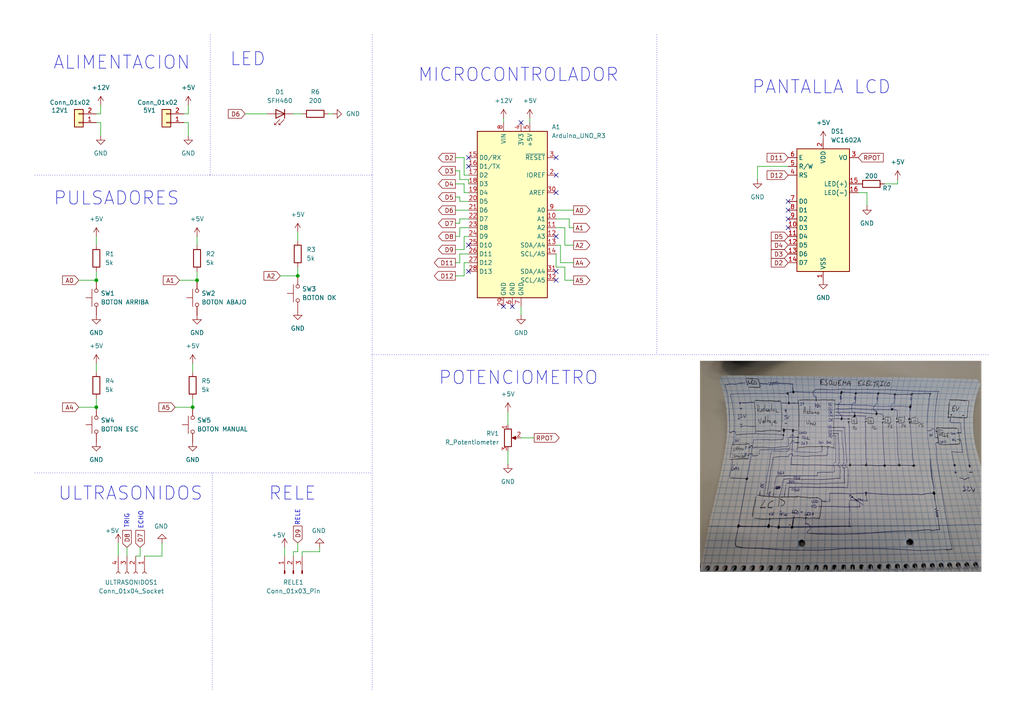
<source format=kicad_sch>
(kicad_sch (version 20231120) (generator "eeschema") (generator_version "8.0")
  (paper "A4")
  (lib_symbols
    (symbol "Connector:Conn_01x03_Pin" (pin_names (offset 1.016) hide)
      (property "Reference" "J" (at 0 5.08 0))
      (property "Value" "Conn_01x03_Pin" (at 0 -5.08 0))
      (symbol "Conn_01x03_Pin_1_1"
        (polyline (pts (xy 1.27 -2.54) (xy 0.8636 -2.54)) (stroke (width 0.1524)))
        (polyline (pts (xy 1.27 0) (xy 0.8636 0)) (stroke (width 0.1524)))
        (polyline (pts (xy 1.27 2.54) (xy 0.8636 2.54)) (stroke (width 0.1524)))
        (rectangle (start 0.8636 -2.413) (end 0 -2.667) (stroke (width 0.1524)) (fill (type outline)))
        (rectangle (start 0.8636 0.127) (end 0 -0.127) (stroke (width 0.1524)) (fill (type outline)))
        (rectangle (start 0.8636 2.667) (end 0 2.413) (stroke (width 0.1524)) (fill (type outline)))
        (pin passive line (at 5.08 2.54 180) (length 3.81) (name "Pin_1") (number "1"))
        (pin passive line (at 5.08 0 180) (length 3.81) (name "Pin_2") (number "2"))
        (pin passive line (at 5.08 -2.54 180) (length 3.81) (name "Pin_3") (number "3"))
      )
    )
    (symbol "Connector:Conn_01x04_Socket" (pin_names (offset 1.016) hide)
      (property "Reference" "J" (at 0 5.08 0))
      (property "Value" "Conn_01x04_Socket" (at 0 -7.62 0))
      (symbol "Conn_01x04_Socket_1_1"
        (arc (start 0 -4.572) (mid -0.5058 -5.08) (end 0 -5.588) (stroke (width 0.1524)))
        (arc (start 0 -2.032) (mid -0.5058 -2.54) (end 0 -3.048) (stroke (width 0.1524)))
        (polyline (pts (xy -1.27 -5.08) (xy -0.508 -5.08)) (stroke (width 0.1524)))
        (polyline (pts (xy -1.27 -2.54) (xy -0.508 -2.54)) (stroke (width 0.1524)))
        (polyline (pts (xy -1.27 0) (xy -0.508 0)) (stroke (width 0.1524)))
        (polyline (pts (xy -1.27 2.54) (xy -0.508 2.54)) (stroke (width 0.1524)))
        (arc (start 0 0.508) (mid -0.5058 0) (end 0 -0.508) (stroke (width 0.1524)))
        (arc (start 0 3.048) (mid -0.5058 2.54) (end 0 2.032) (stroke (width 0.1524)))
        (pin passive line (at -5.08 2.54 0) (length 3.81) (name "Pin_1") (number "1"))
        (pin passive line (at -5.08 0 0) (length 3.81) (name "Pin_2") (number "2"))
        (pin passive line (at -5.08 -2.54 0) (length 3.81) (name "Pin_3") (number "3"))
        (pin passive line (at -5.08 -5.08 0) (length 3.81) (name "Pin_4") (number "4"))
      )
    )
    (symbol "Connector_Generic:Conn_01x02" (pin_names (offset 1.016) hide)
      (property "Reference" "J" (at 0 2.54 0))
      (property "Value" "Conn_01x02" (at 0 -5.08 0))
      (symbol "Conn_01x02_1_1"
        (rectangle (start -1.27 -2.413) (end 0 -2.667) (stroke (width 0.1524)))
        (rectangle (start -1.27 0.127) (end 0 -0.127) (stroke (width 0.1524)))
        (rectangle (start -1.27 1.27) (end 1.27 -3.81) (stroke (width 0.254)) (fill (type background)))
        (pin passive line (at -5.08 0 0) (length 3.81) (name "Pin_1") (number "1"))
        (pin passive line (at -5.08 -2.54 0) (length 3.81) (name "Pin_2") (number "2"))
      )
    )
    (symbol "Device:R" (pin_numbers hide) (pin_names (offset 0))
      (property "Reference" "R" (at 2.032 0 90))
      (property "Value" "R" (at 0 0 90))
      (symbol "R_0_1"
        (rectangle (start -1.016 -2.54) (end 1.016 2.54) (stroke (width 0.254)))
      )
      (symbol "R_1_1"
        (pin passive line (at 0 3.81 270) (length 1.27) (name "~") (number "1"))
        (pin passive line (at 0 -3.81 90) (length 1.27) (name "~") (number "2"))
      )
    )
    (symbol "Device:R_Potentiometer" (pin_names (offset 1.016) hide)
      (property "Reference" "RV" (at -4.445 0 90))
      (property "Value" "R_Potentiometer" (at -2.54 0 90))
      (symbol "R_Potentiometer_0_1"
        (polyline (pts (xy 2.54 0) (xy 1.524 0)))
        (polyline (pts (xy 1.143 0) (xy 2.286 0.508) (xy 2.286 -0.508) (xy 1.143 0)) (fill (type outline)))
        (rectangle (start 1.016 2.54) (end -1.016 -2.54) (stroke (width 0.254)))
      )
      (symbol "R_Potentiometer_1_1"
        (pin passive line (at 0 3.81 270) (length 1.27) (name "1") (number "1"))
        (pin passive line (at 3.81 0 180) (length 1.27) (name "2") (number "2"))
        (pin passive line (at 0 -3.81 90) (length 1.27) (name "3") (number "3"))
      )
    )
    (symbol "Display_Character:WC1602A"
      (property "Reference" "DS" (at -5.842 19.05 0))
      (property "Value" "WC1602A" (at 5.334 19.05 0))
      (symbol "WC1602A_1_1"
        (rectangle (start -7.62 17.78) (end 7.62 -17.78) (stroke (width 0.254)) (fill (type background)))
        (pin power_in line (at 0 -20.32 90) (length 2.54) (name "VSS") (number "1"))
        (pin input line (at -10.16 -5.08 0) (length 2.54) (name "D3") (number "10"))
        (pin input line (at -10.16 -7.62 0) (length 2.54) (name "D4") (number "11"))
        (pin input line (at -10.16 -10.16 0) (length 2.54) (name "D5") (number "12"))
        (pin input line (at -10.16 -12.7 0) (length 2.54) (name "D6") (number "13"))
        (pin input line (at -10.16 -15.24 0) (length 2.54) (name "D7") (number "14"))
        (pin power_in line (at 10.16 7.62 180) (length 2.54) (name "LED(+)") (number "15"))
        (pin power_in line (at 10.16 5.08 180) (length 2.54) (name "LED(-)") (number "16"))
        (pin power_in line (at 0 20.32 270) (length 2.54) (name "VDD") (number "2"))
        (pin input line (at 10.16 15.24 180) (length 2.54) (name "VO") (number "3"))
        (pin input line (at -10.16 10.16 0) (length 2.54) (name "RS") (number "4"))
        (pin input line (at -10.16 12.7 0) (length 2.54) (name "R/W") (number "5"))
        (pin input line (at -10.16 15.24 0) (length 2.54) (name "E") (number "6"))
        (pin input line (at -10.16 2.54 0) (length 2.54) (name "D0") (number "7"))
        (pin input line (at -10.16 0 0) (length 2.54) (name "D1") (number "8"))
        (pin input line (at -10.16 -2.54 0) (length 2.54) (name "D2") (number "9"))
      )
    )
    (symbol "LED:SFH460" (pin_numbers hide) (pin_names (offset 1.016) hide)
      (property "Reference" "D" (at 0.508 1.778 0))
      (property "Value" "SFH460" (at -1.016 -2.794 0))
      (symbol "SFH460_0_1"
        (polyline (pts (xy -2.54 1.27) (xy -2.54 -1.27)) (stroke (width 0.254)))
        (polyline (pts (xy 0 0) (xy -2.54 0)))
        (polyline (pts (xy 0.381 3.175) (xy -0.127 3.175)))
        (polyline (pts (xy -1.143 1.651) (xy 0.381 3.175) (xy 0.381 2.667)))
        (polyline (pts (xy 0 1.27) (xy 0 -1.27) (xy -2.54 0) (xy 0 1.27)) (stroke (width 0.254)))
        (polyline (pts (xy -2.413 1.651) (xy -0.889 3.175) (xy -0.889 2.667) (xy -0.889 3.175) (xy -1.397 3.175)))
      )
      (symbol "SFH460_1_1"
        (pin passive line (at -5.08 0 0) (length 2.54) (name "K") (number "1"))
        (pin passive line (at 2.54 0 180) (length 2.54) (name "A") (number "2"))
      )
    )
    (symbol "MCU_Module:Arduino_UNO_R3"
      (property "Reference" "A" (at -10.16 23.495 0))
      (property "Value" "Arduino_UNO_R3" (at 5.08 -26.67 0))
      (symbol "Arduino_UNO_R3_0_1"
        (rectangle (start -10.16 22.86) (end 10.16 -25.4) (stroke (width 0.254)) (fill (type background)))
      )
      (symbol "Arduino_UNO_R3_1_1"
        (pin no_connect line (at -10.16 -20.32 0) (length 2.54) hide (name "NC") (number "1"))
        (pin bidirectional line (at 12.7 -2.54 180) (length 2.54) (name "A1") (number "10"))
        (pin bidirectional line (at 12.7 -5.08 180) (length 2.54) (name "A2") (number "11"))
        (pin bidirectional line (at 12.7 -7.62 180) (length 2.54) (name "A3") (number "12"))
        (pin bidirectional line (at 12.7 -10.16 180) (length 2.54) (name "SDA/A4") (number "13"))
        (pin bidirectional line (at 12.7 -12.7 180) (length 2.54) (name "SCL/A5") (number "14"))
        (pin bidirectional line (at -12.7 15.24 0) (length 2.54) (name "D0/RX") (number "15"))
        (pin bidirectional line (at -12.7 12.7 0) (length 2.54) (name "D1/TX") (number "16"))
        (pin bidirectional line (at -12.7 10.16 0) (length 2.54) (name "D2") (number "17"))
        (pin bidirectional line (at -12.7 7.62 0) (length 2.54) (name "D3") (number "18"))
        (pin bidirectional line (at -12.7 5.08 0) (length 2.54) (name "D4") (number "19"))
        (pin output line (at 12.7 10.16 180) (length 2.54) (name "IOREF") (number "2"))
        (pin bidirectional line (at -12.7 2.54 0) (length 2.54) (name "D5") (number "20"))
        (pin bidirectional line (at -12.7 0 0) (length 2.54) (name "D6") (number "21"))
        (pin bidirectional line (at -12.7 -2.54 0) (length 2.54) (name "D7") (number "22"))
        (pin bidirectional line (at -12.7 -5.08 0) (length 2.54) (name "D8") (number "23"))
        (pin bidirectional line (at -12.7 -7.62 0) (length 2.54) (name "D9") (number "24"))
        (pin bidirectional line (at -12.7 -10.16 0) (length 2.54) (name "D10") (number "25"))
        (pin bidirectional line (at -12.7 -12.7 0) (length 2.54) (name "D11") (number "26"))
        (pin bidirectional line (at -12.7 -15.24 0) (length 2.54) (name "D12") (number "27"))
        (pin bidirectional line (at -12.7 -17.78 0) (length 2.54) (name "D13") (number "28"))
        (pin power_in line (at -2.54 -27.94 90) (length 2.54) (name "GND") (number "29"))
        (pin input line (at 12.7 15.24 180) (length 2.54) (name "~{RESET}") (number "3"))
        (pin input line (at 12.7 5.08 180) (length 2.54) (name "AREF") (number "30"))
        (pin bidirectional line (at 12.7 -17.78 180) (length 2.54) (name "SDA/A4") (number "31"))
        (pin bidirectional line (at 12.7 -20.32 180) (length 2.54) (name "SCL/A5") (number "32"))
        (pin power_out line (at 2.54 25.4 270) (length 2.54) (name "3V3") (number "4"))
        (pin power_out line (at 5.08 25.4 270) (length 2.54) (name "+5V") (number "5"))
        (pin power_in line (at 0 -27.94 90) (length 2.54) (name "GND") (number "6"))
        (pin power_in line (at 2.54 -27.94 90) (length 2.54) (name "GND") (number "7"))
        (pin power_in line (at -2.54 25.4 270) (length 2.54) (name "VIN") (number "8"))
        (pin bidirectional line (at 12.7 0 180) (length 2.54) (name "A0") (number "9"))
      )
    )
    (symbol "Switch:SW_Push" (pin_numbers hide) (pin_names (offset 1.016) hide)
      (property "Reference" "SW" (at 1.27 2.54 0))
      (property "Value" "SW_Push" (at 0 -1.524 0))
      (symbol "SW_Push_0_1"
        (circle (center -2.032 0) (radius 0.508))
        (polyline (pts (xy 0 1.27) (xy 0 3.048)))
        (polyline (pts (xy 2.54 1.27) (xy -2.54 1.27)))
        (circle (center 2.032 0) (radius 0.508))
        (pin passive line (at -5.08 0 0) (length 2.54) (name "1") (number "1"))
        (pin passive line (at 5.08 0 180) (length 2.54) (name "2") (number "2"))
      )
    )
    (symbol "power:+5V" (power) (pin_numbers hide) (pin_names (offset 0) hide)
      (property "Value" "+5V" (at 0 3.556 0))
      (symbol "+5V_0_1"
        (polyline (pts (xy -0.762 1.27) (xy 0 2.54)))
        (polyline (pts (xy 0 0) (xy 0 2.54)))
        (polyline (pts (xy 0 2.54) (xy 0.762 1.27)))
      )
      (symbol "+5V_1_1"
        (pin power_in line (at 0 0 90) (length 0) (name "~") (number "1"))
      )
    )
    (symbol "power:GND" (power) (pin_numbers hide) (pin_names (offset 0) hide)
      (property "Value" "GND" (at 0 -3.81 0))
      (symbol "GND_0_1"
        (polyline (pts (xy 0 0) (xy 0 -1.27) (xy 1.27 -1.27) (xy 0 -2.54) (xy -1.27 -1.27) (xy 0 -1.27)))
      )
      (symbol "GND_1_1"
        (pin power_in line (at 0 0 270) (length 0) (name "~") (number "1"))
      )
    )
  )
  (junction (at 86.36 80.01))
  (junction (at 27.94 81.28))
  (junction (at 57.15 81.28))
  (junction (at 27.94 118.11))
  (junction (at 55.88 118.11))
  (no_connect (at 135.89 78.74))
  (no_connect (at 151.13 35.56))
  (no_connect (at 161.29 81.28))
  (no_connect (at 135.89 71.12))
  (no_connect (at 146.05 88.9))
  (no_connect (at 148.59 88.9))
  (no_connect (at 228.6 58.42))
  (no_connect (at 161.29 55.88))
  (no_connect (at 161.29 68.58))
  (no_connect (at 135.89 48.26))
  (no_connect (at 228.6 66.04))
  (no_connect (at 161.29 45.72))
  (no_connect (at 135.89 45.72))
  (no_connect (at 161.29 50.8))
  (no_connect (at 228.6 63.5))
  (no_connect (at 228.6 60.96))
  (no_connect (at 161.29 78.74))
  (wire (pts (xy 219.71 52.07) (xy 219.71 48.26)))
  (wire (pts (xy 92.71 158.75) (xy 92.71 160.02)))
  (wire (pts (xy 133.35 58.42) (xy 135.89 58.42)))
  (wire (pts (xy 41.91 161.29) (xy 46.99 161.29)))
  (polyline (pts (xy 107.95 50.8) (xy 107.95 137.16)) (stroke (width 0) (type dot)))
  (wire (pts (xy 36.83 158.75) (xy 36.83 161.29)))
  (wire (pts (xy 134.62 68.58) (xy 135.89 68.58)))
  (wire (pts (xy 29.21 35.56) (xy 27.94 35.56)))
  (wire (pts (xy 147.32 119.38) (xy 147.32 123.19)))
  (wire (pts (xy 133.35 49.53) (xy 133.35 52.07)))
  (wire (pts (xy 135.89 66.04) (xy 133.35 66.04)))
  (wire (pts (xy 55.88 118.11) (xy 55.88 115.57)))
  (wire (pts (xy 163.83 71.12) (xy 166.37 71.12)))
  (wire (pts (xy 134.62 80.01) (xy 132.08 80.01)))
  (wire (pts (xy 132.08 49.53) (xy 133.35 49.53)))
  (wire (pts (xy 85.09 160.02) (xy 85.09 161.29)))
  (wire (pts (xy 27.94 118.11) (xy 27.94 115.57)))
  (wire (pts (xy 133.35 76.2) (xy 132.08 76.2)))
  (wire (pts (xy 85.09 33.02) (xy 87.63 33.02)))
  (wire (pts (xy 133.35 73.66) (xy 133.35 76.2)))
  (wire (pts (xy 86.36 67.31) (xy 86.36 69.85)))
  (wire (pts (xy 82.55 158.75) (xy 82.55 161.29)))
  (wire (pts (xy 135.89 52.07) (xy 135.89 53.34)))
  (wire (pts (xy 40.64 158.75) (xy 40.64 161.29)))
  (wire (pts (xy 161.29 60.96) (xy 166.37 60.96)))
  (wire (pts (xy 133.35 63.5) (xy 133.35 64.77)))
  (wire (pts (xy 87.63 161.29) (xy 87.63 160.02)))
  (wire (pts (xy 53.34 33.02) (xy 54.61 33.02)))
  (wire (pts (xy 39.37 161.29) (xy 40.64 161.29)))
  (polyline (pts (xy 107.95 137.16) (xy 107.95 200.025)) (stroke (width 0) (type dot)))
  (polyline (pts (xy 60.96 50.8) (xy 107.95 50.8)) (stroke (width 0) (type dot)))
  (wire (pts (xy 260.35 53.34) (xy 260.35 52.07)))
  (wire (pts (xy 161.29 71.12) (xy 162.56 71.12)))
  (wire (pts (xy 248.92 55.88) (xy 251.46 55.88)))
  (polyline (pts (xy 190.5 10.16) (xy 190.5 102.87)) (stroke (width 0) (type dot)))
  (wire (pts (xy 27.94 68.58) (xy 27.94 71.12)))
  (wire (pts (xy 161.29 66.04) (xy 163.83 66.04)))
  (wire (pts (xy 132.08 60.96) (xy 135.89 60.96)))
  (wire (pts (xy 71.12 33.02) (xy 77.47 33.02)))
  (polyline (pts (xy 107.95 10.16) (xy 107.95 50.8)) (stroke (width 0) (type dot)))
  (wire (pts (xy 27.94 105.41) (xy 27.94 107.95)))
  (wire (pts (xy 147.32 130.81) (xy 147.32 134.62)))
  (wire (pts (xy 251.46 55.88) (xy 251.46 59.69)))
  (wire (pts (xy 133.35 66.04) (xy 133.35 68.58)))
  (wire (pts (xy 29.21 35.56) (xy 29.21 39.37)))
  (wire (pts (xy 50.8 118.11) (xy 55.88 118.11)))
  (wire (pts (xy 52.07 81.28) (xy 57.15 81.28)))
  (wire (pts (xy 165.1 63.5) (xy 161.29 63.5)))
  (wire (pts (xy 135.89 76.2) (xy 134.62 76.2)))
  (wire (pts (xy 86.36 157.48) (xy 86.36 160.02)))
  (wire (pts (xy 46.99 161.29) (xy 46.99 157.48)))
  (wire (pts (xy 81.28 80.01) (xy 86.36 80.01)))
  (wire (pts (xy 132.08 72.39) (xy 134.62 72.39)))
  (wire (pts (xy 96.52 33.02) (xy 95.25 33.02)))
  (wire (pts (xy 132.08 68.58) (xy 133.35 68.58)))
  (polyline (pts (xy 60.96 10.16) (xy 60.96 50.8)) (stroke (width 0) (type dot)))
  (wire (pts (xy 54.61 35.56) (xy 54.61 39.37)))
  (wire (pts (xy 87.63 160.02) (xy 92.71 160.02)))
  (wire (pts (xy 135.89 73.66) (xy 133.35 73.66)))
  (polyline (pts (xy 10.16 50.8) (xy 60.96 50.8)) (stroke (width 0) (type dot)))
  (wire (pts (xy 219.71 48.26) (xy 228.6 48.26)))
  (wire (pts (xy 132.08 57.15) (xy 133.35 57.15)))
  (wire (pts (xy 22.86 118.11) (xy 27.94 118.11)))
  (wire (pts (xy 86.36 80.01) (xy 86.36 77.47)))
  (wire (pts (xy 165.1 66.04) (xy 165.1 63.5)))
  (wire (pts (xy 132.08 53.34) (xy 134.62 53.34)))
  (wire (pts (xy 133.35 52.07) (xy 135.89 52.07)))
  (wire (pts (xy 153.67 34.29) (xy 153.67 35.56)))
  (wire (pts (xy 163.83 66.04) (xy 163.83 71.12)))
  (wire (pts (xy 162.56 71.12) (xy 162.56 76.2)))
  (wire (pts (xy 166.37 66.04) (xy 165.1 66.04)))
  (wire (pts (xy 86.36 160.02) (xy 85.09 160.02)))
  (polyline (pts (xy 107.95 102.87) (xy 287.02 102.87)) (stroke (width 0) (type dot)))
  (wire (pts (xy 57.15 68.58) (xy 57.15 71.12)))
  (wire (pts (xy 146.05 34.29) (xy 146.05 35.56)))
  (wire (pts (xy 162.56 76.2) (xy 166.37 76.2)))
  (wire (pts (xy 161.29 73.66) (xy 161.29 77.47)))
  (wire (pts (xy 22.86 81.28) (xy 27.94 81.28)))
  (wire (pts (xy 27.94 33.02) (xy 29.21 33.02)))
  (wire (pts (xy 27.94 81.28) (xy 27.94 78.74)))
  (wire (pts (xy 163.83 81.28) (xy 166.37 81.28)))
  (wire (pts (xy 151.13 127) (xy 154.94 127)))
  (polyline (pts (xy 61.595 137.16) (xy 61.595 200.025)) (stroke (width 0) (type dot)))
  (wire (pts (xy 134.62 55.88) (xy 135.89 55.88)))
  (wire (pts (xy 132.08 45.72) (xy 134.62 45.72)))
  (wire (pts (xy 133.35 64.77) (xy 132.08 64.77)))
  (wire (pts (xy 29.21 33.02) (xy 29.21 30.48)))
  (wire (pts (xy 57.15 81.28) (xy 57.15 78.74)))
  (wire (pts (xy 151.13 88.9) (xy 151.13 91.44)))
  (wire (pts (xy 134.62 72.39) (xy 134.62 68.58)))
  (wire (pts (xy 134.62 50.8) (xy 135.89 50.8)))
  (wire (pts (xy 54.61 33.02) (xy 54.61 30.48)))
  (wire (pts (xy 134.62 76.2) (xy 134.62 80.01)))
  (wire (pts (xy 54.61 35.56) (xy 53.34 35.56)))
  (wire (pts (xy 161.29 77.47) (xy 163.83 77.47)))
  (wire (pts (xy 133.35 57.15) (xy 133.35 58.42)))
  (wire (pts (xy 34.29 157.48) (xy 34.29 161.29)))
  (wire (pts (xy 134.62 53.34) (xy 134.62 55.88)))
  (wire (pts (xy 134.62 45.72) (xy 134.62 50.8)))
  (wire (pts (xy 135.89 63.5) (xy 133.35 63.5)))
  (wire (pts (xy 256.54 53.34) (xy 260.35 53.34)))
  (polyline (pts (xy 10.16 137.16) (xy 107.95 137.16)) (stroke (width 0) (type dot)))
  (wire (pts (xy 163.83 77.47) (xy 163.83 81.28)))
  (wire (pts (xy 55.88 105.41) (xy 55.88 107.95)))
  (image (at 243.84 135.255) (scale 0.472429))
  (text "ECHO" (at 40.894 150.876 90) (effects (font (size 1.27 1.27))))
  (text "MICROCONTROLADOR" (at 150.368 21.844 0) (effects (font (size 3.81 3.81))))
  (text "POTENCIOMETRO" (at 150.368 109.728 0) (effects (font (size 3.81 3.81))))
  (text "TRIG" (at 36.83 151.13 90) (effects (font (size 1.27 1.27))))
  (text "LED" (at 71.882 17.272 0) (effects (font (size 3.81 3.81))))
  (text "PANTALLA LCD" (at 238.252 25.4 0) (effects (font (size 3.81 3.81))))
  (text "RELE" (at 86.36 150.114 90) (effects (font (size 1.27 1.27))))
  (text "ALIMENTACION" (at 35.306 18.288 0) (effects (font (size 3.81 3.81))))
  (text "RELE" (at 84.836 143.256 0) (effects (font (size 3.81 3.81))))
  (text "PULSADORES" (at 33.782 57.658 0) (effects (font (size 3.81 3.81))))
  (text "ULTRASONIDOS" (at 37.846 143.256 0) (effects (font (size 3.81 3.81))))
  (global_label "D12" (shape input) (at 228.6 50.8 180) (property "Intersheetrefs" "${INTERSHEET_REFS}" (effects (hide yes))))
  (global_label "D7" (shape input) (at 40.64 158.75 90) (property "Intersheetrefs" "${INTERSHEET_REFS}" (effects (hide yes))))
  (global_label "D6" (shape input) (at 71.12 33.02 180) (property "Intersheetrefs" "${INTERSHEET_REFS}" (effects (hide yes))))
  (global_label "D8" (shape input) (at 36.83 158.75 90) (property "Intersheetrefs" "${INTERSHEET_REFS}" (effects (hide yes))))
  (global_label "RPOT" (shape output) (at 154.94 127 0) (property "Intersheetrefs" "${INTERSHEET_REFS}" (effects (hide yes))))
  (global_label "A2" (shape input) (at 81.28 80.01 180) (property "Intersheetrefs" "${INTERSHEET_REFS}" (effects (hide yes))))
  (global_label "D2" (shape input) (at 228.6 76.2 180) (property "Intersheetrefs" "${INTERSHEET_REFS}" (effects (hide yes))))
  (global_label "D11" (shape output) (at 132.08 76.2 180) (property "Intersheetrefs" "${INTERSHEET_REFS}" (effects (hide yes))))
  (global_label "D4" (shape output) (at 132.08 53.34 180) (property "Intersheetrefs" "${INTERSHEET_REFS}" (effects (hide yes))))
  (global_label "D4" (shape input) (at 228.6 71.12 180) (property "Intersheetrefs" "${INTERSHEET_REFS}" (effects (hide yes))))
  (global_label "D9" (shape input) (at 86.36 157.48 90) (property "Intersheetrefs" "${INTERSHEET_REFS}" (effects (hide yes))))
  (global_label "D5" (shape output) (at 132.08 57.15 180) (property "Intersheetrefs" "${INTERSHEET_REFS}" (effects (hide yes))))
  (global_label "D5" (shape input) (at 228.6 68.58 180) (property "Intersheetrefs" "${INTERSHEET_REFS}" (effects (hide yes))))
  (global_label "A1" (shape input) (at 52.07 81.28 180) (property "Intersheetrefs" "${INTERSHEET_REFS}" (effects (hide yes))))
  (global_label "A2" (shape output) (at 166.37 71.12 0) (property "Intersheetrefs" "${INTERSHEET_REFS}" (effects (hide yes))))
  (global_label "D3" (shape input) (at 228.6 73.66 180) (property "Intersheetrefs" "${INTERSHEET_REFS}" (effects (hide yes))))
  (global_label "D2" (shape output) (at 132.08 45.72 180) (property "Intersheetrefs" "${INTERSHEET_REFS}" (effects (hide yes))))
  (global_label "A4" (shape output) (at 166.37 76.2 0) (property "Intersheetrefs" "${INTERSHEET_REFS}" (effects (hide yes))))
  (global_label "A1" (shape output) (at 166.37 66.04 0) (property "Intersheetrefs" "${INTERSHEET_REFS}" (effects (hide yes))))
  (global_label "D12" (shape output) (at 132.08 80.01 180) (property "Intersheetrefs" "${INTERSHEET_REFS}" (effects (hide yes))))
  (global_label "D11" (shape input) (at 228.6 45.72 180) (property "Intersheetrefs" "${INTERSHEET_REFS}" (effects (hide yes))))
  (global_label "D7" (shape output) (at 132.08 64.77 180) (property "Intersheetrefs" "${INTERSHEET_REFS}" (effects (hide yes))))
  (global_label "D3" (shape output) (at 132.08 49.53 180) (property "Intersheetrefs" "${INTERSHEET_REFS}" (effects (hide yes))))
  (global_label "A0" (shape input) (at 22.86 81.28 180) (property "Intersheetrefs" "${INTERSHEET_REFS}" (effects (hide yes))))
  (global_label "A0" (shape output) (at 166.37 60.96 0) (property "Intersheetrefs" "${INTERSHEET_REFS}" (effects (hide yes))))
  (global_label "A5" (shape input) (at 50.8 118.11 180) (property "Intersheetrefs" "${INTERSHEET_REFS}" (effects (hide yes))))
  (global_label "D8" (shape output) (at 132.08 68.58 180) (property "Intersheetrefs" "${INTERSHEET_REFS}" (effects (hide yes))))
  (global_label "D6" (shape output) (at 132.08 60.96 180) (property "Intersheetrefs" "${INTERSHEET_REFS}" (effects (hide yes))))
  (global_label "A4" (shape input) (at 22.86 118.11 180) (property "Intersheetrefs" "${INTERSHEET_REFS}" (effects (hide yes))))
  (global_label "D9" (shape output) (at 132.08 72.39 180) (property "Intersheetrefs" "${INTERSHEET_REFS}" (effects (hide yes))))
  (global_label "A5" (shape output) (at 166.37 81.28 0) (property "Intersheetrefs" "${INTERSHEET_REFS}" (effects (hide yes))))
  (global_label "RPOT" (shape input) (at 248.92 45.72 0) (property "Intersheetrefs" "${INTERSHEET_REFS}" (effects (hide yes))))
  (symbol (lib_id "MCU_Module:Arduino_UNO_R3") (at 148.59 60.96 0) (unit 1)
    (property "Reference" "A1" (at 160.02 36.83 0) (effects (justify left)))
    (property "Value" "Arduino_UNO_R3" (at 160.02 39.37 0) (effects (justify left)))
    (property "Footprint" "Module:Arduino_UNO_R3" (effects (hide yes)))
    (property "Datasheet" "https://www.arduino.cc/en/Main/arduinoBoardUno" (effects (hide yes)))
    (property "Description" "Arduino UNO Microcontroller Module, release 3" (effects (hide yes)))
  )
  (symbol (lib_id "power:GND") (at 29.21 39.37 0) (unit 1)
    (property "Reference" "#PWR021" (effects (hide yes)))
    (property "Value" "GND" (at 29.21 44.45 0))
    (property "Description" "Power symbol creates a global label with name \"GND\" , ground" (effects (hide yes)))
  )
  (symbol (lib_id "Switch:SW_Push") (at 57.15 86.36 90) (unit 1)
    (property "Reference" "SW2" (at 58.42 85.0899 90) (effects (justify right)))
    (property "Value" "BOTON ABAJO" (at 58.42 87.6299 90) (effects (justify right)))
    (property "Footprint" "Connector_Wire:SolderWire-0.15sqmm_1x02_P4mm_D0.5mm_OD1.5mm" (effects (hide yes)))
    (property "Description" "Push button switch, generic, two pins" (effects (hide yes)))
  )
  (symbol (lib_id "power:GND") (at 92.71 158.75 180) (unit 1)
    (property "Reference" "#PWR017" (effects (hide yes)))
    (property "Value" "GND" (at 92.456 153.924 0))
    (property "Description" "Power symbol creates a global label with name \"GND\" , ground" (effects (hide yes)))
  )
  (symbol (lib_id "power:+5V") (at 153.67 34.29 0) (unit 1)
    (property "Reference" "#PWR018" (effects (hide yes)))
    (property "Value" "+5V" (at 153.67 29.21 0))
    (property "Description" "Power symbol creates a global label with name \"+5V\"" (effects (hide yes)))
  )
  (symbol (lib_id "power:GND") (at 55.88 128.27 0) (unit 1)
    (property "Reference" "#PWR012" (effects (hide yes)))
    (property "Value" "GND" (at 55.88 133.35 0))
    (property "Description" "Power symbol creates a global label with name \"GND\" , ground" (effects (hide yes)))
  )
  (symbol (lib_id "power:GND") (at 147.32 134.62 0) (unit 1)
    (property "Reference" "#PWR025" (effects (hide yes)))
    (property "Value" "GND" (at 147.32 139.7 0))
    (property "Description" "Power symbol creates a global label with name \"GND\" , ground" (effects (hide yes)))
  )
  (symbol (lib_id "power:GND") (at 238.76 81.28 0) (unit 1)
    (property "Reference" "#PWR029" (effects (hide yes)))
    (property "Value" "GND" (at 238.76 86.36 0))
    (property "Description" "Power symbol creates a global label with name \"GND\" , ground" (effects (hide yes)))
  )
  (symbol (lib_id "power:+5V") (at 34.29 157.48 0) (unit 1)
    (property "Reference" "#PWR014" (effects (hide yes)))
    (property "Value" "+5V" (at 32.512 153.924 0))
    (property "Description" "Power symbol creates a global label with name \"+5V\"" (effects (hide yes)))
  )
  (symbol (lib_id "power:+5V") (at 147.32 119.38 0) (unit 1)
    (property "Reference" "#PWR026" (effects (hide yes)))
    (property "Value" "+5V" (at 147.32 114.3 0))
    (property "Description" "Power symbol creates a global label with name \"+5V\"" (effects (hide yes)))
  )
  (symbol (lib_id "power:GND") (at 27.94 91.44 0) (unit 1)
    (property "Reference" "#PWR04" (effects (hide yes)))
    (property "Value" "GND" (at 27.94 96.52 0))
    (property "Description" "Power symbol creates a global label with name \"GND\" , ground" (effects (hide yes)))
  )
  (symbol (lib_id "power:GND") (at 151.13 91.44 0) (unit 1)
    (property "Reference" "#PWR019" (effects (hide yes)))
    (property "Value" "GND" (at 151.13 96.52 0))
    (property "Description" "Power symbol creates a global label with name \"GND\" , ground" (effects (hide yes)))
  )
  (symbol (lib_id "power:+5V") (at 55.88 105.41 0) (unit 1)
    (property "Reference" "#PWR011" (effects (hide yes)))
    (property "Value" "+5V" (at 55.88 100.33 0))
    (property "Description" "Power symbol creates a global label with name \"+5V\"" (effects (hide yes)))
  )
  (symbol (lib_id "power:GND") (at 27.94 128.27 0) (unit 1)
    (property "Reference" "#PWR010" (effects (hide yes)))
    (property "Value" "GND" (at 27.94 133.35 0))
    (property "Description" "Power symbol creates a global label with name \"GND\" , ground" (effects (hide yes)))
  )
  (symbol (lib_id "power:GND") (at 251.46 59.69 0) (unit 1)
    (property "Reference" "#PWR027" (effects (hide yes)))
    (property "Value" "GND" (at 251.46 64.77 0))
    (property "Description" "Power symbol creates a global label with name \"GND\" , ground" (effects (hide yes)))
  )
  (symbol (lib_id "power:GND") (at 54.61 39.37 0) (unit 1)
    (property "Reference" "#PWR02" (effects (hide yes)))
    (property "Value" "GND" (at 54.61 44.45 0))
    (property "Description" "Power symbol creates a global label with name \"GND\" , ground" (effects (hide yes)))
  )
  (symbol (lib_id "power:GND") (at 57.15 91.44 0) (unit 1)
    (property "Reference" "#PWR06" (effects (hide yes)))
    (property "Value" "GND" (at 57.15 96.52 0))
    (property "Description" "Power symbol creates a global label with name \"GND\" , ground" (effects (hide yes)))
  )
  (symbol (lib_id "Device:R") (at 91.44 33.02 90) (unit 1)
    (property "Reference" "R6" (at 91.44 26.67 90))
    (property "Value" "200" (at 91.44 29.21 90))
    (property "Footprint" "Resistor_THT:R_Axial_DIN0309_L9.0mm_D3.2mm_P15.24mm_Horizontal" (effects (hide yes)))
    (property "Description" "Resistor" (effects (hide yes)))
  )
  (symbol (lib_id "Device:R") (at 55.88 111.76 0) (unit 1)
    (property "Reference" "R5" (at 58.42 110.4899 0) (effects (justify left)))
    (property "Value" "5k" (at 58.42 113.0299 0) (effects (justify left)))
    (property "Footprint" "Resistor_THT:R_Axial_DIN0309_L9.0mm_D3.2mm_P15.24mm_Horizontal" (effects (hide yes)))
    (property "Description" "Resistor" (effects (hide yes)))
  )
  (symbol (lib_id "Device:R") (at 252.73 53.34 90) (unit 1)
    (property "Reference" "R7" (at 257.302 54.61 90))
    (property "Value" "200" (at 252.73 51.054 90))
    (property "Footprint" "Resistor_THT:R_Axial_DIN0309_L9.0mm_D3.2mm_P15.24mm_Horizontal" (effects (hide yes)))
    (property "Description" "Resistor" (effects (hide yes)))
  )
  (symbol (lib_id "power:+5V") (at 29.21 30.48 0) (unit 1)
    (property "Reference" "#PWR020" (effects (hide yes)))
    (property "Value" "+12V" (at 29.21 25.4 0))
    (property "Description" "Power symbol creates a global label with name \"+5V\"" (effects (hide yes)))
  )
  (symbol (lib_id "power:+5V") (at 146.05 34.29 0) (unit 1)
    (property "Reference" "#PWR022" (effects (hide yes)))
    (property "Value" "+12V" (at 146.05 29.21 0))
    (property "Description" "Power symbol creates a global label with name \"+5V\"" (effects (hide yes)))
  )
  (symbol (lib_id "power:+5V") (at 238.76 40.64 0) (unit 1)
    (property "Reference" "#PWR028" (effects (hide yes)))
    (property "Value" "+5V" (at 238.76 35.56 0))
    (property "Description" "Power symbol creates a global label with name \"+5V\"" (effects (hide yes)))
  )
  (symbol (lib_id "power:+5V") (at 57.15 68.58 0) (unit 1)
    (property "Reference" "#PWR05" (effects (hide yes)))
    (property "Value" "+5V" (at 57.15 63.5 0))
    (property "Description" "Power symbol creates a global label with name \"+5V\"" (effects (hide yes)))
  )
  (symbol (lib_id "power:+5V") (at 54.61 30.48 0) (unit 1)
    (property "Reference" "#PWR01" (effects (hide yes)))
    (property "Value" "+5V" (at 54.61 25.4 0))
    (property "Description" "Power symbol creates a global label with name \"+5V\"" (effects (hide yes)))
  )
  (symbol (lib_id "Connector_Generic:Conn_01x02") (at 22.86 35.56 180) (unit 1)
    (property "Reference" "12V1" (at 19.812 32.004 0) (effects (justify left)))
    (property "Value" "Conn_01x02" (at 26.162 29.718 0) (effects (justify left)))
    (property "Footprint" "Connector_Wire:SolderWire-2sqmm_1x02_P7.8mm_D2mm_OD3.9mm" (effects (hide yes)))
    (property "Description" "Generic connector, single row, 01x02, script generated (kicad-library-utils/schlib/autogen/connector/)" (effects (hide yes)))
  )
  (symbol (lib_id "Connector_Generic:Conn_01x02") (at 48.26 35.56 180) (unit 1)
    (property "Reference" "5V1" (at 45.212 32.004 0) (effects (justify left)))
    (property "Value" "Conn_01x02" (at 51.562 29.718 0) (effects (justify left)))
    (property "Footprint" "Connector_Wire:SolderWire-2sqmm_1x02_P7.8mm_D2mm_OD3.9mm" (effects (hide yes)))
    (property "Description" "Generic connector, single row, 01x02, script generated (kicad-library-utils/schlib/autogen/connector/)" (effects (hide yes)))
  )
  (symbol (lib_id "Device:R") (at 27.94 111.76 0) (unit 1)
    (property "Reference" "R4" (at 30.48 110.4899 0) (effects (justify left)))
    (property "Value" "5k" (at 30.48 113.0299 0) (effects (justify left)))
    (property "Footprint" "Resistor_THT:R_Axial_DIN0309_L9.0mm_D3.2mm_P15.24mm_Horizontal" (effects (hide yes)))
    (property "Description" "Resistor" (effects (hide yes)))
  )
  (symbol (lib_id "Switch:SW_Push") (at 86.36 85.09 90) (unit 1)
    (property "Reference" "SW3" (at 87.63 83.8199 90) (effects (justify right)))
    (property "Value" "BOTON OK" (at 87.63 86.3599 90) (effects (justify right)))
    (property "Footprint" "Connector_Wire:SolderWire-0.15sqmm_1x02_P4mm_D0.5mm_OD1.5mm" (effects (hide yes)))
    (property "Description" "Push button switch, generic, two pins" (effects (hide yes)))
  )
  (symbol (lib_id "Device:R") (at 27.94 74.93 0) (unit 1)
    (property "Reference" "R1" (at 30.48 73.6599 0) (effects (justify left)))
    (property "Value" "5k" (at 30.48 76.1999 0) (effects (justify left)))
    (property "Footprint" "Resistor_THT:R_Axial_DIN0309_L9.0mm_D3.2mm_P15.24mm_Horizontal" (effects (hide yes)))
    (property "Description" "Resistor" (effects (hide yes)))
  )
  (symbol (lib_id "Device:R") (at 86.36 73.66 0) (unit 1)
    (property "Reference" "R3" (at 88.9 72.3899 0) (effects (justify left)))
    (property "Value" "5k" (at 88.9 74.9299 0) (effects (justify left)))
    (property "Footprint" "Resistor_THT:R_Axial_DIN0309_L9.0mm_D3.2mm_P15.24mm_Horizontal" (effects (hide yes)))
    (property "Description" "Resistor" (effects (hide yes)))
  )
  (symbol (lib_id "power:+5V") (at 82.55 158.75 0) (unit 1)
    (property "Reference" "#PWR016" (effects (hide yes)))
    (property "Value" "+5V" (at 80.772 155.194 0))
    (property "Description" "Power symbol creates a global label with name \"+5V\"" (effects (hide yes)))
  )
  (symbol (lib_id "Connector:Conn_01x03_Pin") (at 85.09 166.37 90) (unit 1)
    (property "Reference" "RELE1" (at 85.09 168.91 90))
    (property "Value" "Conn_01x03_Pin" (at 85.09 171.45 90))
    (property "Footprint" "Connector_PinHeader_2.54mm:PinHeader_1x03_P2.54mm_Vertical" (effects (hide yes)))
    (property "Description" "Generic connector, single row, 01x03, script generated" (effects (hide yes)))
  )
  (symbol (lib_id "power:+5V") (at 27.94 68.58 0) (unit 1)
    (property "Reference" "#PWR03" (effects (hide yes)))
    (property "Value" "+5V" (at 27.94 63.5 0))
    (property "Description" "Power symbol creates a global label with name \"+5V\"" (effects (hide yes)))
  )
  (symbol (lib_id "power:GND") (at 86.36 90.17 0) (unit 1)
    (property "Reference" "#PWR08" (effects (hide yes)))
    (property "Value" "GND" (at 86.36 95.25 0))
    (property "Description" "Power symbol creates a global label with name \"GND\" , ground" (effects (hide yes)))
  )
  (symbol (lib_id "power:+5V") (at 27.94 105.41 0) (unit 1)
    (property "Reference" "#PWR09" (effects (hide yes)))
    (property "Value" "+5V" (at 27.94 100.33 0))
    (property "Description" "Power symbol creates a global label with name \"+5V\"" (effects (hide yes)))
  )
  (symbol (lib_id "power:+5V") (at 86.36 67.31 0) (unit 1)
    (property "Reference" "#PWR07" (effects (hide yes)))
    (property "Value" "+5V" (at 86.36 62.23 0))
    (property "Description" "Power symbol creates a global label with name \"+5V\"" (effects (hide yes)))
  )
  (symbol (lib_id "Device:R") (at 57.15 74.93 0) (unit 1)
    (property "Reference" "R2" (at 59.69 73.6599 0) (effects (justify left)))
    (property "Value" "5k" (at 59.69 76.1999 0) (effects (justify left)))
    (property "Footprint" "Resistor_THT:R_Axial_DIN0309_L9.0mm_D3.2mm_P15.24mm_Horizontal" (effects (hide yes)))
    (property "Description" "Resistor" (effects (hide yes)))
  )
  (symbol (lib_id "power:+5V") (at 260.35 52.07 0) (unit 1)
    (property "Reference" "#PWR024" (effects (hide yes)))
    (property "Value" "+5V" (at 260.35 46.99 0))
    (property "Description" "Power symbol creates a global label with name \"+5V\"" (effects (hide yes)))
  )
  (symbol (lib_id "Switch:SW_Push") (at 55.88 123.19 90) (unit 1)
    (property "Reference" "SW5" (at 57.15 121.9199 90) (effects (justify right)))
    (property "Value" "BOTON MANUAL" (at 57.15 124.4599 90) (effects (justify right)))
    (property "Footprint" "Connector_Wire:SolderWire-0.15sqmm_1x02_P4mm_D0.5mm_OD1.5mm" (effects (hide yes)))
    (property "Description" "Push button switch, generic, two pins" (effects (hide yes)))
  )
  (symbol (lib_id "power:GND") (at 46.99 157.48 180) (unit 1)
    (property "Reference" "#PWR015" (effects (hide yes)))
    (property "Value" "GND" (at 46.736 152.654 0))
    (property "Description" "Power symbol creates a global label with name \"GND\" , ground" (effects (hide yes)))
  )
  (symbol (lib_id "power:GND") (at 96.52 33.02 90) (unit 1)
    (property "Reference" "#PWR013" (effects (hide yes)))
    (property "Value" "GND" (at 100.33 33.0199 90) (effects (justify right)))
    (property "Description" "Power symbol creates a global label with name \"GND\" , ground" (effects (hide yes)))
  )
  (symbol (lib_id "Display_Character:WC1602A") (at 238.76 60.96 0) (unit 1)
    (property "Reference" "DS1" (at 240.9541 38.1 0) (effects (justify left)))
    (property "Value" "WC1602A" (at 240.9541 40.64 0) (effects (justify left)))
    (property "Footprint" "Display:WC1602A" (effects (hide yes)))
    (property "Datasheet" "http://www.wincomlcd.com/pdf/WC1602A-SFYLYHTC06.pdf" (effects (hide yes)))
    (property "Description" "LCD 16x2 Alphanumeric , 8 bit parallel bus, 5V VDD" (effects (hide yes)))
  )
  (symbol (lib_id "Switch:SW_Push") (at 27.94 86.36 90) (unit 1)
    (property "Reference" "SW1" (at 29.21 85.0899 90) (effects (justify right)))
    (property "Value" "BOTON ARRIBA" (at 29.21 87.6299 90) (effects (justify right)))
    (property "Footprint" "Connector_Wire:SolderWire-0.15sqmm_1x02_P4mm_D0.5mm_OD1.5mm" (effects (hide yes)))
    (property "Description" "Push button switch, generic, two pins" (effects (hide yes)))
  )
  (symbol (lib_id "Switch:SW_Push") (at 27.94 123.19 90) (unit 1)
    (property "Reference" "SW4" (at 29.21 121.9199 90) (effects (justify right)))
    (property "Value" "BOTON ESC" (at 29.21 124.4599 90) (effects (justify right)))
    (property "Footprint" "Connector_Wire:SolderWire-0.15sqmm_1x02_P4mm_D0.5mm_OD1.5mm" (effects (hide yes)))
    (property "Description" "Push button switch, generic, two pins" (effects (hide yes)))
  )
  (symbol (lib_id "LED:SFH460") (at 80.01 33.02 180) (unit 1)
    (property "Reference" "D1" (at 81.153 26.67 0))
    (property "Value" "SFH460" (at 81.153 29.21 0))
    (property "Footprint" "Package_TO_SOT_THT:TO-18-2_Window" (effects (hide yes)))
    (property "Datasheet" "http://www.osram-os.com/Graphics/XPic6/00029609_0.pdf/SFh%20460.pdf" (effects (hide yes)))
    (property "Description" "GaAlAs Infrared LED, TO-18 package" (effects (hide yes)))
  )
  (symbol (lib_id "power:GND") (at 219.71 52.07 0) (unit 1)
    (property "Reference" "#PWR023" (effects (hide yes)))
    (property "Value" "GND" (at 219.71 57.15 0))
    (property "Description" "Power symbol creates a global label with name \"GND\" , ground" (effects (hide yes)))
  )
  (symbol (lib_id "Connector:Conn_01x04_Socket") (at 39.37 166.37 270) (unit 1)
    (property "Reference" "ULTRASONIDOS1" (at 38.1 168.91 90))
    (property "Value" "Conn_01x04_Socket" (at 38.1 171.45 90))
    (property "Footprint" "Connector_PinSocket_2.54mm:PinSocket_1x04_P2.54mm_Vertical" (effects (hide yes)))
    (property "Description" "Generic connector, single row, 01x04, script generated" (effects (hide yes)))
  )
  (symbol (lib_id "Device:R_Potentiometer") (at 147.32 127 0) (unit 1)
    (property "Reference" "RV1" (at 144.78 125.7299 0) (effects (justify right)))
    (property "Value" "R_Potentiometer" (at 144.78 128.2699 0) (effects (justify right)))
    (property "Footprint" "Potentiometer_THT:Potentiometer_Alps_RK163_Single_Horizontal" (effects (hide yes)))
    (property "Description" "Potentiometer" (effects (hide yes)))
  )
)
</source>
